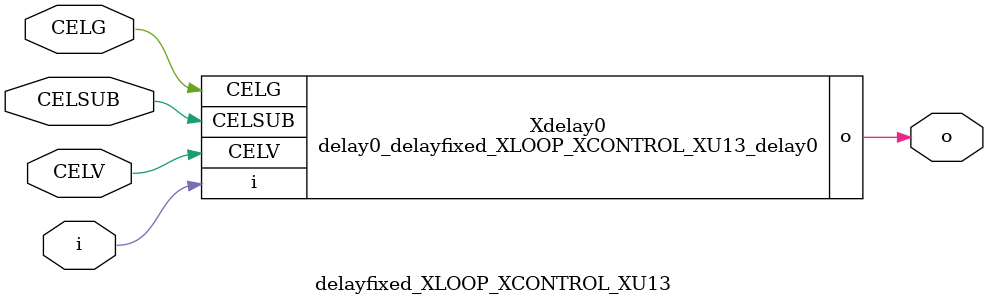
<source format=v>

module delay0_delayfixed_XLOOP_XCONTROL_XU13_delay0 (i, CELV, o,
CELG,CELSUB);
input CELV;
input i;
output o;
input CELSUB;
input CELG;
endmodule


//Celera Confidential Do Not Copy delayfixed_XLOOP_XCONTROL_XU13
//Celera Confidential Symbol Generator
//TYPE:fixed Egde:rise
module delayfixed_XLOOP_XCONTROL_XU13 (CELV,i,o,
CELG,CELSUB);
input CELV;
input i;
output o;
input CELG;
input CELSUB;

//Celera Confidential Do Not Copy delay0_delayfixed_XLOOP_XCONTROL_XU13_delay0
delay0_delayfixed_XLOOP_XCONTROL_XU13_delay0 Xdelay0(
.CELV (CELV),
.i (i),
.o (o),
.CELG (CELG),
.CELSUB (CELSUB)
);
//,diesize,delay0_delayfixed_XLOOP_XCONTROL_XU13_delay0
//Celera Confidential Do Not Copy Module End
//Celera Schematic Generator
endmodule

</source>
